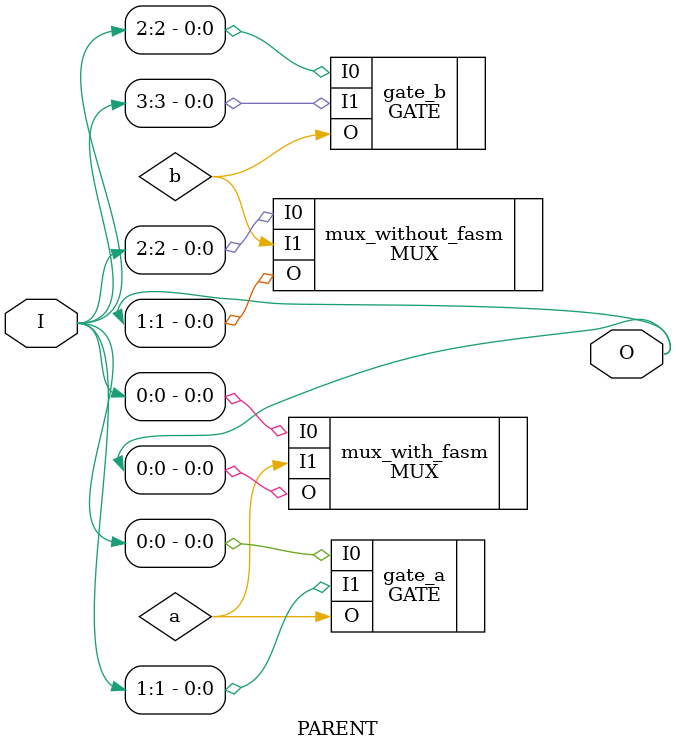
<source format=v>
`include "./gate/gate.sim.v"
`include "./mux/mux.sim.v"

module PARENT (
    input  wire [3:0] I,
    output wire [1:0] O
);

    // A gate that can be bypassed by a mux with FASM annotation
    wire a;

    (* FASM_PREFIX="GATE" *)    
    GATE gate_a (
        .I0 (I[0]),
        .I1 (I[1]),
        .O  (a)
    );

    (* FASM *)
    MUX mux_with_fasm (
        .I0 (I[0]),
        .I1 (a),
        .O  (O[0])
    );

    // A gate that can be bypassed by a mux without FASM annotation
    wire b;
    GATE gate_b (
        .I0 (I[2]),
        .I1 (I[3]),
        .O  (b)
    );

    MUX mux_without_fasm (
        .I0 (I[2]),
        .I1 (b),
        .O  (O[1])
    );

endmodule

</source>
